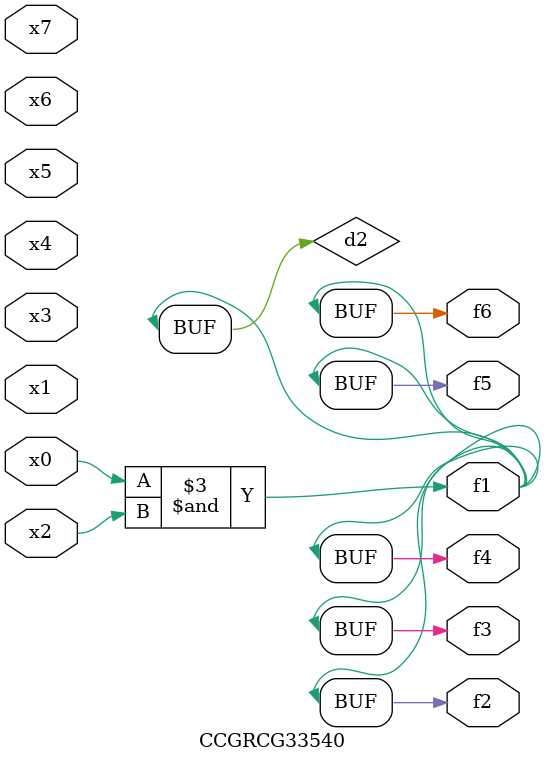
<source format=v>
module CCGRCG33540(
	input x0, x1, x2, x3, x4, x5, x6, x7,
	output f1, f2, f3, f4, f5, f6
);

	wire d1, d2;

	nor (d1, x3, x6);
	and (d2, x0, x2);
	assign f1 = d2;
	assign f2 = d2;
	assign f3 = d2;
	assign f4 = d2;
	assign f5 = d2;
	assign f6 = d2;
endmodule

</source>
